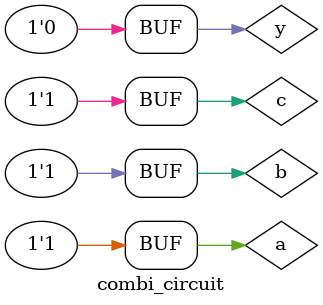
<source format=v>
module combi_circuit;

    reg a, b, c;
    wire y;

    assign y = ( (!((a && c) || (b && c))) || (!(a && c)) );

    initial begin
        $dumpfile("activity_num_three.vcd");
        $dumpvars(0, combi_circuit);

            a = 0; b = 0; c = 0;  
            #3
            a = 0; b = 0; c = 1;  
            #3
            a = 0; b = 1; c = 0;  
            #3
            a = 0; b = 1; c = 1;  
            #3
            a = 1; b = 0; c = 0;  
            #3
            a = 1; b = 0; c = 1;  
            #3
            a = 1; b = 1; c = 0; 
            #3
            a = 1; b = 1; c = 1;  
            #3;

    end
    
endmodule

//Keemchard Tamio
</source>
